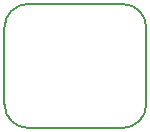
<source format=gko>
G04*
G04 #@! TF.GenerationSoftware,Altium Limited,CircuitStudio,1.5.2 (30)*
G04*
G04 Layer_Color=16720538*
%FSLAX25Y25*%
%MOIN*%
G70*
G01*
G75*
%ADD16C,0.00591*%
D16*
X401575Y435039D02*
G03*
X393701Y427165I0J-7874D01*
G01*
X440945D02*
G03*
X433071Y435039I-7874J0D01*
G01*
Y393701D02*
G03*
X440945Y401575I0J7874D01*
G01*
X393701D02*
G03*
X401575Y393701I7874J0D01*
G01*
X440945Y401575D02*
Y427165D01*
X401575Y435039D02*
X433071D01*
X393701Y401575D02*
Y427165D01*
X401575Y393701D02*
X433071D01*
M02*

</source>
